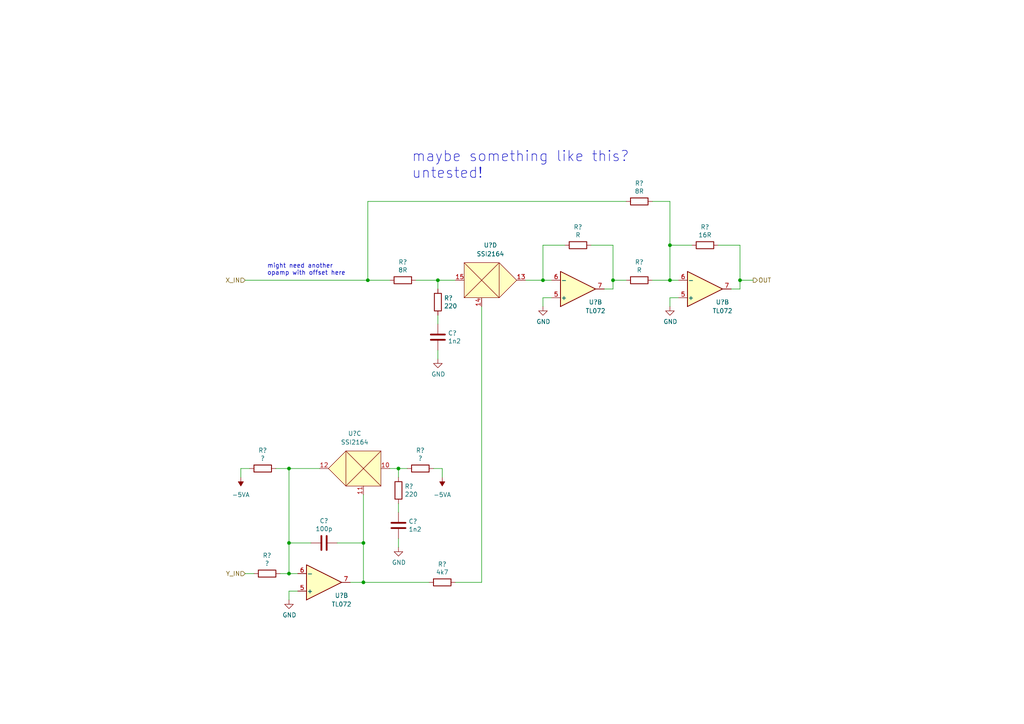
<source format=kicad_sch>
(kicad_sch (version 20211123) (generator eeschema)
  (paper "A4")
  (title_block (title "Josh Ox Ribon Synth Main VCO board") (date "2022-06-18") (rev "0") (comment 2 "creativecommons.org/licences/by/4.0") (comment 3 "license: CC by 4.0") (comment 4 "Author: Jordan Acete"))
  (lib_symbols
    (symbol "Amplifier_Operational:TL072" (pin_names (offset 0.127))
      (property "Reference" "U" (at 0 5.08 0))
      (property "Value" "TL072" (at 0 -5.08 0))
      (symbol "TL072_1_1"
        (polyline (pts (xy -5.08 5.08) (xy 5.08 0) (xy -5.08 -5.08) (xy -5.08 5.08)) (stroke (width 0.254)) (fill (type background)))
        (pin output line (at 7.62 0 180) (length 2.54) (name "~") (number "1"))
        (pin input line (at -7.62 -2.54 0) (length 2.54) (name "-") (number "2"))
        (pin input line (at -7.62 2.54 0) (length 2.54) (name "+") (number "3"))
      )
      (symbol "TL072_2_1"
        (polyline (pts (xy -5.08 5.08) (xy 5.08 0) (xy -5.08 -5.08) (xy -5.08 5.08)) (stroke (width 0.254)) (fill (type background)))
        (pin input line (at -7.62 2.54 0) (length 2.54) (name "+") (number "5"))
        (pin input line (at -7.62 -2.54 0) (length 2.54) (name "-") (number "6"))
        (pin output line (at 7.62 0 180) (length 2.54) (name "~") (number "7"))
      )
      (symbol "TL072_3_1"
        (pin power_in line (at -2.54 -7.62 90) (length 3.81) (name "V-") (number "4"))
        (pin power_in line (at -2.54 7.62 270) (length 3.81) (name "V+") (number "8"))
      )
    )
    (symbol "Device:C" (pin_numbers hide) (pin_names (offset 0.254))
      (property "Reference" "C" (at 0.635 2.54 0))
      (property "Value" "C" (at 0.635 -2.54 0))
      (symbol "C_0_1"
        (polyline (pts (xy -2.032 -0.762) (xy 2.032 -0.762)) (stroke (width 0.508)))
        (polyline (pts (xy -2.032 0.762) (xy 2.032 0.762)) (stroke (width 0.508)))
      )
      (symbol "C_1_1"
        (pin passive line (at 0 3.81 270) (length 2.794) (name "~") (number "1"))
        (pin passive line (at 0 -3.81 90) (length 2.794) (name "~") (number "2"))
      )
    )
    (symbol "Device:R" (pin_numbers hide) (pin_names (offset 0))
      (property "Reference" "R" (at 2.032 0 90))
      (property "Value" "R" (at 0 0 90))
      (symbol "R_0_1"
        (rectangle (start -1.016 -2.54) (end 1.016 2.54) (stroke (width 0.254)))
      )
      (symbol "R_1_1"
        (pin passive line (at 0 3.81 270) (length 1.27) (name "~") (number "1"))
        (pin passive line (at 0 -3.81 90) (length 1.27) (name "~") (number "2"))
      )
    )
    (symbol "custom_symbols:SSI2164" (pin_names (offset 1.016))
      (property "Reference" "U?" (at 2.54 10.16 0))
      (property "Value" "SSI2164" (at 2.54 7.62 0))
      (symbol "SSI2164_1_1"
        (rectangle (start -5.08 5.08) (end 5.08 -5.08) (fill (type background)))
        (polyline (pts (xy 5.08 5.08) (xy -5.08 -5.08)))
        (polyline (pts (xy 5.08 5.08) (xy 10.16 0) (xy 5.08 -5.08) (xy -5.08 5.08)) (fill (type background)))
        (pin input line (at -7.62 0 0) (length 2.54) (name "~") (number "2"))
        (pin input line (at 0 -7.62 90) (length 2.54) (name "~") (number "3"))
        (pin output line (at 12.7 0 180) (length 2.54) (name "~") (number "4"))
      )
      (symbol "SSI2164_2_1"
        (rectangle (start -5.08 5.08) (end 5.08 -5.08) (fill (type background)))
        (polyline (pts (xy 5.08 5.08) (xy -5.08 -5.08)))
        (polyline (pts (xy 5.08 5.08) (xy 10.16 0) (xy 5.08 -5.08) (xy -5.08 5.08)) (fill (type background)))
        (pin output line (at 12.7 0 180) (length 2.54) (name "~") (number "5"))
        (pin input line (at 0 -7.62 90) (length 2.54) (name "~") (number "6"))
        (pin input line (at -7.62 0 0) (length 2.54) (name "~") (number "7"))
      )
      (symbol "SSI2164_3_1"
        (rectangle (start -5.08 5.08) (end 5.08 -5.08) (fill (type background)))
        (polyline (pts (xy 5.08 5.08) (xy -5.08 -5.08)))
        (polyline (pts (xy 5.08 5.08) (xy 10.16 0) (xy 5.08 -5.08) (xy -5.08 5.08)) (fill (type background)))
        (pin input line (at -7.62 0 0) (length 2.54) (name "~") (number "10"))
        (pin input line (at 0 -7.62 90) (length 2.54) (name "~") (number "11"))
        (pin output line (at 12.7 0 180) (length 2.54) (name "~") (number "12"))
      )
      (symbol "SSI2164_4_1"
        (rectangle (start -5.08 5.08) (end 5.08 -5.08) (fill (type background)))
        (polyline (pts (xy 5.08 5.08) (xy -5.08 -5.08)))
        (polyline (pts (xy 5.08 5.08) (xy 10.16 0) (xy 5.08 -5.08) (xy -5.08 5.08)) (fill (type background)))
        (pin output line (at 12.7 0 180) (length 2.54) (name "~") (number "13"))
        (pin input line (at 0 -7.62 90) (length 2.54) (name "~") (number "14"))
        (pin input line (at -7.62 0 0) (length 2.54) (name "~") (number "15"))
      )
      (symbol "SSI2164_5_1"
        (rectangle (start 2.54 6.35) (end -5.08 -11.43) (fill (type background)))
        (pin input line (at 5.08 -10.16 180) (length 2.54) (name "mode") (number "1"))
        (pin power_in line (at 5.08 5.08 180) (length 2.54) (name "V+") (number "16"))
        (pin power_in line (at 5.08 0 180) (length 2.54) (name "gnd") (number "8"))
        (pin power_in line (at 5.08 -5.08 180) (length 2.54) (name "V-") (number "9"))
      )
    )
    (symbol "power:-5VA" (power) (pin_names (offset 0))
      (property "Value" "-5VA" (at 0 3.81 0))
      (symbol "-5VA_0_0"
        (pin power_in line (at 0 0 90) (length 0) hide (name "-5VA") (number "1"))
      )
      (symbol "-5VA_0_1"
        (polyline (pts (xy 0 0) (xy 0 1.27) (xy 0.762 1.27) (xy 0 2.54) (xy -0.762 1.27) (xy 0 1.27)) (fill (type outline)))
      )
    )
    (symbol "power:GND" (power) (pin_names (offset 0))
      (property "Value" "GND" (at 0 -3.81 0))
      (symbol "GND_0_1"
        (polyline (pts (xy 0 0) (xy 0 -1.27) (xy 1.27 -1.27) (xy 0 -2.54) (xy -1.27 -1.27) (xy 0 -1.27)))
      )
      (symbol "GND_1_1"
        (pin power_in line (at 0 0 270) (length 0) hide (name "GND") (number "1"))
      )
    )
  )
  (junction (at 83.82 166.37))
  (junction (at 194.31 81.28))
  (junction (at 105.41 168.91))
  (junction (at 127 81.28))
  (junction (at 105.41 157.48))
  (junction (at 214.63 81.28))
  (junction (at 194.31 71.12))
  (junction (at 115.57 135.89))
  (junction (at 177.8 81.28))
  (junction (at 157.48 81.28))
  (junction (at 106.68 81.28))
  (junction (at 83.82 135.89))
  (junction (at 83.82 157.48))
  (wire (pts (xy 127 104.14) (xy 127 101.6)))
  (wire (pts (xy 175.26 83.82) (xy 177.8 83.82)))
  (wire (pts (xy 81.28 166.37) (xy 83.82 166.37)))
  (wire (pts (xy 177.8 81.28) (xy 177.8 71.12)))
  (wire (pts (xy 194.31 71.12) (xy 194.31 58.42)))
  (wire (pts (xy 218.44 81.28) (xy 214.63 81.28)))
  (wire (pts (xy 105.41 168.91) (xy 101.6 168.91)))
  (wire (pts (xy 132.08 168.91) (xy 139.7 168.91)))
  (wire (pts (xy 105.41 157.48) (xy 105.41 143.51)))
  (wire (pts (xy 194.31 86.36) (xy 196.85 86.36)))
  (wire (pts (xy 127 83.82) (xy 127 81.28)))
  (wire (pts (xy 157.48 88.9) (xy 157.48 86.36)))
  (wire (pts (xy 124.46 168.91) (xy 105.41 168.91)))
  (wire (pts (xy 194.31 88.9) (xy 194.31 86.36)))
  (wire (pts (xy 69.85 135.89) (xy 72.39 135.89)))
  (wire (pts (xy 128.27 138.43) (xy 128.27 135.89)))
  (wire (pts (xy 106.68 81.28) (xy 113.03 81.28)))
  (wire (pts (xy 152.4 81.28) (xy 157.48 81.28)))
  (wire (pts (xy 127 93.98) (xy 127 91.44)))
  (wire (pts (xy 71.12 166.37) (xy 73.66 166.37)))
  (wire (pts (xy 92.71 135.89) (xy 83.82 135.89)))
  (wire (pts (xy 157.48 71.12) (xy 157.48 81.28)))
  (wire (pts (xy 128.27 135.89) (xy 125.73 135.89)))
  (wire (pts (xy 120.65 81.28) (xy 127 81.28)))
  (wire (pts (xy 115.57 148.59) (xy 115.57 146.05)))
  (wire (pts (xy 69.85 138.43) (xy 69.85 135.89)))
  (wire (pts (xy 196.85 81.28) (xy 194.31 81.28)))
  (wire (pts (xy 194.31 71.12) (xy 194.31 81.28)))
  (wire (pts (xy 115.57 138.43) (xy 115.57 135.89)))
  (wire (pts (xy 83.82 157.48) (xy 90.17 157.48)))
  (wire (pts (xy 118.11 135.89) (xy 115.57 135.89)))
  (wire (pts (xy 214.63 83.82) (xy 214.63 81.28)))
  (wire (pts (xy 160.02 81.28) (xy 157.48 81.28)))
  (wire (pts (xy 181.61 81.28) (xy 177.8 81.28)))
  (wire (pts (xy 83.82 166.37) (xy 83.82 157.48)))
  (wire (pts (xy 177.8 71.12) (xy 171.45 71.12)))
  (wire (pts (xy 106.68 58.42) (xy 106.68 81.28)))
  (wire (pts (xy 177.8 83.82) (xy 177.8 81.28)))
  (wire (pts (xy 83.82 135.89) (xy 83.82 157.48)))
  (wire (pts (xy 105.41 157.48) (xy 105.41 168.91)))
  (wire (pts (xy 212.09 83.82) (xy 214.63 83.82)))
  (wire (pts (xy 194.31 58.42) (xy 189.23 58.42)))
  (wire (pts (xy 83.82 171.45) (xy 83.82 173.99)))
  (wire (pts (xy 139.7 88.9) (xy 139.7 168.91)))
  (wire (pts (xy 214.63 81.28) (xy 214.63 71.12)))
  (wire (pts (xy 157.48 71.12) (xy 163.83 71.12)))
  (wire (pts (xy 80.01 135.89) (xy 83.82 135.89)))
  (wire (pts (xy 86.36 166.37) (xy 83.82 166.37)))
  (wire (pts (xy 194.31 71.12) (xy 200.66 71.12)))
  (wire (pts (xy 97.79 157.48) (xy 105.41 157.48)))
  (wire (pts (xy 115.57 158.75) (xy 115.57 156.21)))
  (wire (pts (xy 214.63 71.12) (xy 208.28 71.12)))
  (wire (pts (xy 71.12 81.28) (xy 106.68 81.28)))
  (wire (pts (xy 86.36 171.45) (xy 83.82 171.45)))
  (wire (pts (xy 181.61 58.42) (xy 106.68 58.42)))
  (wire (pts (xy 157.48 86.36) (xy 160.02 86.36)))
  (wire (pts (xy 115.57 135.89) (xy 113.03 135.89)))
  (wire (pts (xy 127 81.28) (xy 132.08 81.28)))
  (wire (pts (xy 189.23 81.28) (xy 194.31 81.28)))
  (text "might need another \nopamp with offset here" (at 77.47 80.01 0) (effects (font (size 1.27 1.27)) (justify left bottom)))
  (text "maybe something like this?\nuntested!" (at 119.38 52.07 0) (effects (font (size 3 3)) (justify left bottom)))
  (hierarchical_label "OUT" (shape output) (at 218.44 81.28 0))
  (hierarchical_label "X_IN" (shape input) (at 71.12 81.28 180))
  (hierarchical_label "Y_IN" (shape input) (at 71.12 166.37 180))
  (symbol (lib_id "power:GND") (at 127 104.14 0) (unit 1)
    (property "Reference" "#PWR?" (effects hide))
    (property "Value" "GND" (at 127.127 108.5342 0))
  )
  (symbol (lib_id "Device:R") (at 185.42 81.28 270) (unit 1)
    (property "Reference" "R?" (at 185.42 76.0222 90))
    (property "Value" "R" (at 185.42 78.3336 90))
    (property "Footprint" "Resistor_SMD:R_0805_2012Metric" (effects hide))
  )
  (symbol (lib_id "Device:R") (at 167.64 71.12 270) (unit 1)
    (property "Reference" "R?" (at 167.64 65.8622 90))
    (property "Value" "R" (at 167.64 68.1736 90))
    (property "Footprint" "Resistor_SMD:R_0805_2012Metric" (effects hide))
  )
  (symbol (lib_id "Device:C") (at 93.98 157.48 270) (unit 1)
    (property "Reference" "C?" (at 93.98 151.0792 90))
    (property "Value" "100p" (at 93.98 153.3906 90))
    (property "Footprint" "Capacitor_SMD:C_0805_2012Metric" (effects hide))
  )
  (symbol (lib_id "power:-5VA") (at 69.85 138.43 0) (mirror x) (unit 1)
    (property "Reference" "#PWR?" (effects hide))
    (property "Value" "-5VA" (at 69.85 143.51 0))
  )
  (symbol (lib_id "custom_symbols:SSI2164") (at 105.41 135.89 0) (mirror y) (unit 3)
    (property "Reference" "U?" (at 102.87 125.73 0))
    (property "Value" "SSI2164" (at 102.87 128.27 0))
    (property "Footprint" "Package_SO:SO-16_3.9x9.9mm_P1.27mm" (effects hide))
  )
  (symbol (lib_id "Device:R") (at 77.47 166.37 270) (unit 1)
    (property "Reference" "R?" (at 77.47 161.1122 90))
    (property "Value" "?" (at 77.47 163.4236 90))
    (property "Footprint" "Resistor_SMD:R_0805_2012Metric" (effects hide))
  )
  (symbol (lib_id "Amplifier_Operational:TL072") (at 167.64 83.82 0) (mirror x) (unit 2)
    (property "Reference" "U?" (at 172.72 87.63 0))
    (property "Value" "TL072" (at 172.72 90.17 0))
    (property "Footprint" "Package_SO:SOIC-8_3.9x4.9mm_P1.27mm" (effects hide))
    (property "Datasheet" "http://www.ti.com/lit/ds/symlink/tl071.pdf" (effects hide))
  )
  (symbol (lib_id "power:-5VA") (at 128.27 138.43 180) (unit 1)
    (property "Reference" "#PWR?" (effects hide))
    (property "Value" "-5VA" (at 128.27 143.51 0))
  )
  (symbol (lib_id "Device:R") (at 185.42 58.42 270) (unit 1)
    (property "Reference" "R?" (at 185.42 53.1622 90))
    (property "Value" "8R" (at 185.42 55.4736 90))
    (property "Footprint" "Resistor_SMD:R_0805_2012Metric" (effects hide))
  )
  (symbol (lib_id "power:GND") (at 83.82 173.99 0) (unit 1)
    (property "Reference" "#PWR?" (effects hide))
    (property "Value" "GND" (at 83.947 178.3842 0))
  )
  (symbol (lib_id "Device:R") (at 127 87.63 0) (unit 1)
    (property "Reference" "R?" (at 128.778 86.4616 0) (effects (justify left)))
    (property "Value" "220" (at 128.778 88.773 0) (effects (justify left)))
    (property "Footprint" "Resistor_SMD:R_0805_2012Metric" (effects hide))
  )
  (symbol (lib_id "Device:R") (at 121.92 135.89 90) (mirror x) (unit 1)
    (property "Reference" "R?" (at 121.92 130.6322 90))
    (property "Value" "?" (at 121.92 132.9436 90))
    (property "Footprint" "Resistor_SMD:R_0805_2012Metric" (effects hide))
  )
  (symbol (lib_id "Device:R") (at 128.27 168.91 270) (unit 1)
    (property "Reference" "R?" (at 128.27 163.6522 90))
    (property "Value" "4k7" (at 128.27 165.9636 90))
    (property "Footprint" "Resistor_SMD:R_0805_2012Metric" (effects hide))
  )
  (symbol (lib_id "custom_symbols:SSI2164") (at 139.7 81.28 0) (unit 4)
    (property "Reference" "U?" (at 142.24 71.12 0))
    (property "Value" "SSI2164" (at 142.24 73.66 0))
    (property "Footprint" "Package_SO:SO-16_3.9x9.9mm_P1.27mm" (effects hide))
  )
  (symbol (lib_id "Device:R") (at 116.84 81.28 270) (unit 1)
    (property "Reference" "R?" (at 116.84 76.0222 90))
    (property "Value" "8R" (at 116.84 78.3336 90))
    (property "Footprint" "Resistor_SMD:R_0805_2012Metric" (effects hide))
  )
  (symbol (lib_id "Device:C") (at 115.57 152.4 0) (unit 1)
    (property "Reference" "C?" (at 118.491 151.2316 0) (effects (justify left)))
    (property "Value" "1n2" (at 118.491 153.543 0) (effects (justify left)))
    (property "Footprint" "Capacitor_SMD:C_0805_2012Metric" (effects hide))
  )
  (symbol (lib_id "Device:R") (at 115.57 142.24 0) (unit 1)
    (property "Reference" "R?" (at 117.348 141.0716 0) (effects (justify left)))
    (property "Value" "220" (at 117.348 143.383 0) (effects (justify left)))
    (property "Footprint" "Resistor_SMD:R_0805_2012Metric" (effects hide))
  )
  (symbol (lib_id "power:GND") (at 157.48 88.9 0) (unit 1)
    (property "Reference" "#PWR?" (effects hide))
    (property "Value" "GND" (at 157.607 93.2942 0))
  )
  (symbol (lib_id "Amplifier_Operational:TL072") (at 93.98 168.91 0) (mirror x) (unit 2)
    (property "Reference" "U?" (at 99.06 172.72 0))
    (property "Value" "TL072" (at 99.06 175.26 0))
    (property "Footprint" "Package_SO:SOIC-8_3.9x4.9mm_P1.27mm" (effects hide))
    (property "Datasheet" "http://www.ti.com/lit/ds/symlink/tl071.pdf" (effects hide))
  )
  (symbol (lib_id "power:GND") (at 194.31 88.9 0) (unit 1)
    (property "Reference" "#PWR?" (effects hide))
    (property "Value" "GND" (at 194.437 93.2942 0))
  )
  (symbol (lib_id "Amplifier_Operational:TL072") (at 204.47 83.82 0) (mirror x) (unit 2)
    (property "Reference" "U?" (at 209.55 87.63 0))
    (property "Value" "TL072" (at 209.55 90.17 0))
    (property "Footprint" "Package_SO:SOIC-8_3.9x4.9mm_P1.27mm" (effects hide))
    (property "Datasheet" "http://www.ti.com/lit/ds/symlink/tl071.pdf" (effects hide))
  )
  (symbol (lib_id "Device:R") (at 204.47 71.12 270) (unit 1)
    (property "Reference" "R?" (at 204.47 65.8622 90))
    (property "Value" "16R" (at 204.47 68.1736 90))
    (property "Footprint" "Resistor_SMD:R_0805_2012Metric" (effects hide))
  )
  (symbol (lib_id "power:GND") (at 115.57 158.75 0) (unit 1)
    (property "Reference" "#PWR?" (effects hide))
    (property "Value" "GND" (at 115.697 163.1442 0))
  )
  (symbol (lib_id "Device:R") (at 76.2 135.89 270) (unit 1)
    (property "Reference" "R?" (at 76.2 130.6322 90))
    (property "Value" "?" (at 76.2 132.9436 90))
    (property "Footprint" "Resistor_SMD:R_0805_2012Metric" (effects hide))
  )
  (symbol (lib_id "Device:C") (at 127 97.79 0) (unit 1)
    (property "Reference" "C?" (at 129.921 96.6216 0) (effects (justify left)))
    (property "Value" "1n2" (at 129.921 98.933 0) (effects (justify left)))
    (property "Footprint" "Capacitor_SMD:C_0805_2012Metric" (effects hide))
  )
)
</source>
